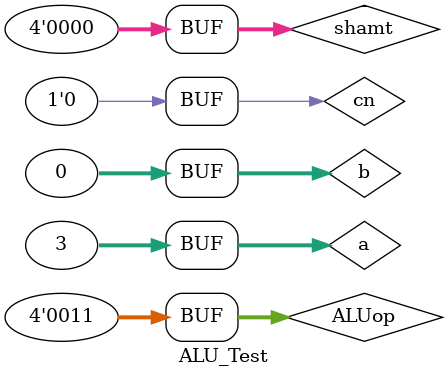
<source format=v>
`timescale 1ns / 1ps


module ALU_Test;

	// Inputs
	reg [31:0] a;
	reg [31:0] b;
	reg [3:0] ALUop;
	reg cn;
	reg [3:0] shamt;

	// Outputs
	wire zero;
	wire overflow;
	wire [31:0] r;

	// Instantiate the Unit Under Test (UUT)
	alu uut (
		.a(a), 
		.b(b), 
		.ALUop(ALUop), 
		.cn(cn), 
		.shamt(shamt), 
		.zero(zero), 
		.overflow(overflow), 
		.r(r)
	);

	initial begin
		// Initialize Inputs
		a = 50;
		
		b = 40;
		ALUop = 4'b0001;
		cn = 0;
		shamt = 0;
		$monitor("R=%d,A=%d,B=%d\n",r,a,b);

		// Wait 100 ns for global reset to finish
		#100;
		a = 100;
		
		b = 50;
		ALUop = 4'b0010;
		cn = 0;
		shamt = 0;
		$monitor("R=%d,A=%d,B=%d\n",r,a,b);
		
		#100;
		a = 3;
		
		b = 0;
		ALUop = 4'b0011;
		cn = 0;
		shamt = 0;
		$monitor("R=%d,A=%d,B=%d\n",r,a,b);
		
		#100;
		

        
		// Add stimulus here

	end

endmodule


</source>
